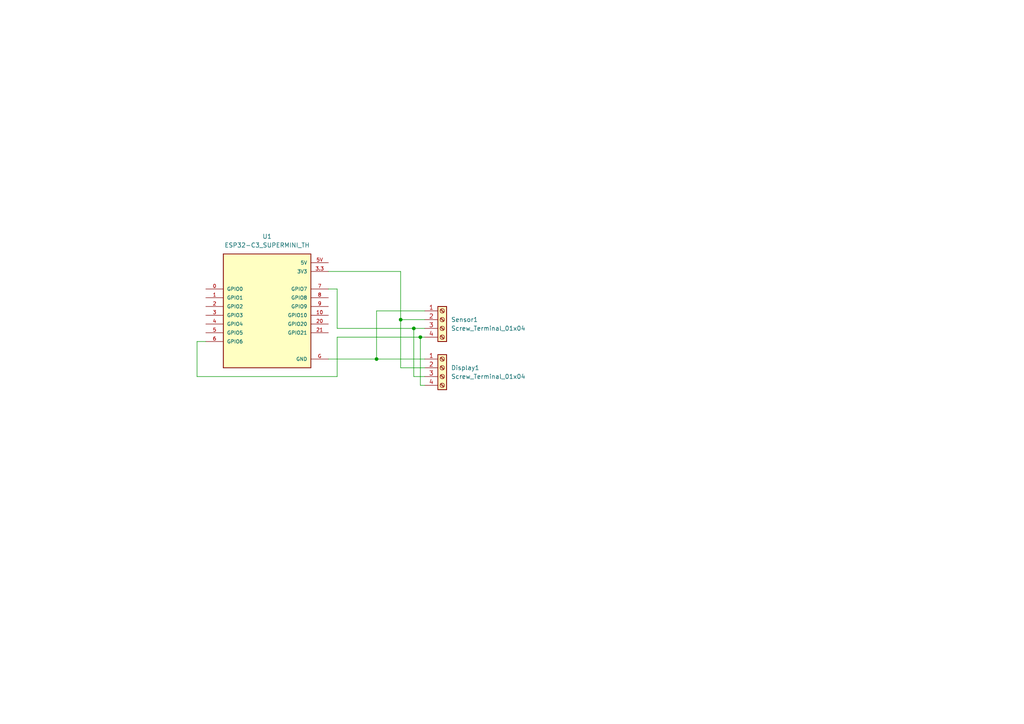
<source format=kicad_sch>
(kicad_sch (version 20230121) (generator eeschema)
  (paper "A4")
  (lib_symbols
    (symbol "Connector:Screw_Terminal_01x04" (pin_names (offset 1.016) hide)
      (property "Reference" "J" (at 0 5.08 0))
      (property "Value" "Screw_Terminal_01x04" (at 0 -7.62 0))
      (symbol "Screw_Terminal_01x04_1_1"
        (rectangle (start -1.27 3.81) (end 1.27 -6.35) (stroke (width 0.254)) (fill (type background)))
        (circle (center 0 -5.08) (radius 0.635) (stroke (width 0.1524)))
        (circle (center 0 -2.54) (radius 0.635) (stroke (width 0.1524)))
        (polyline (pts (xy -0.5334 -4.7498) (xy 0.3302 -5.588)) (stroke (width 0.1524)))
        (polyline (pts (xy -0.5334 -2.2098) (xy 0.3302 -3.048)) (stroke (width 0.1524)))
        (polyline (pts (xy -0.5334 0.3302) (xy 0.3302 -0.508)) (stroke (width 0.1524)))
        (polyline (pts (xy -0.5334 2.8702) (xy 0.3302 2.032)) (stroke (width 0.1524)))
        (polyline (pts (xy -0.3556 -4.572) (xy 0.508 -5.4102)) (stroke (width 0.1524)))
        (polyline (pts (xy -0.3556 -2.032) (xy 0.508 -2.8702)) (stroke (width 0.1524)))
        (polyline (pts (xy -0.3556 0.508) (xy 0.508 -0.3302)) (stroke (width 0.1524)))
        (polyline (pts (xy -0.3556 3.048) (xy 0.508 2.2098)) (stroke (width 0.1524)))
        (circle (center 0 0) (radius 0.635) (stroke (width 0.1524)))
        (circle (center 0 2.54) (radius 0.635) (stroke (width 0.1524)))
        (pin passive line (at -5.08 2.54 0) (length 3.81) (name "Pin_1") (number "1"))
        (pin passive line (at -5.08 0 0) (length 3.81) (name "Pin_2") (number "2"))
        (pin passive line (at -5.08 -2.54 0) (length 3.81) (name "Pin_3") (number "3"))
        (pin passive line (at -5.08 -5.08 0) (length 3.81) (name "Pin_4") (number "4"))
      )
    )
    (symbol "ESP32-C3_SUPERMINI_TH:ESP32-C3_SUPERMINI_TH" (pin_names (offset 1.016))
      (property "Reference" "U" (at -12.7 16.002 0))
      (property "Value" "ESP32-C3_SUPERMINI_TH" (at -12.7 -20.32 0))
      (symbol "ESP32-C3_SUPERMINI_TH_0_0"
        (rectangle (start -12.7 -17.78) (end 12.7 15.24) (stroke (width 0.254)) (fill (type background)))
        (pin bidirectional line (at -17.78 5.08 0) (length 5.08) (name "GPIO0") (number "0"))
        (pin bidirectional line (at -17.78 2.54 0) (length 5.08) (name "GPIO1") (number "1"))
        (pin bidirectional line (at 17.78 -2.54 180) (length 5.08) (name "GPIO10") (number "10"))
        (pin bidirectional line (at -17.78 0 0) (length 5.08) (name "GPIO2") (number "2"))
        (pin bidirectional line (at 17.78 -5.08 180) (length 5.08) (name "GPIO20") (number "20"))
        (pin bidirectional line (at 17.78 -7.62 180) (length 5.08) (name "GPIO21") (number "21"))
        (pin bidirectional line (at -17.78 -2.54 0) (length 5.08) (name "GPIO3") (number "3"))
        (pin power_in line (at 17.78 10.16 180) (length 5.08) (name "3V3") (number "3.3"))
        (pin bidirectional line (at -17.78 -5.08 0) (length 5.08) (name "GPIO4") (number "4"))
        (pin bidirectional line (at -17.78 -7.62 0) (length 5.08) (name "GPIO5") (number "5"))
        (pin power_in line (at 17.78 12.7 180) (length 5.08) (name "5V") (number "5V"))
        (pin bidirectional line (at -17.78 -10.16 0) (length 5.08) (name "GPIO6") (number "6"))
        (pin bidirectional line (at 17.78 5.08 180) (length 5.08) (name "GPIO7") (number "7"))
        (pin bidirectional line (at 17.78 2.54 180) (length 5.08) (name "GPIO8") (number "8"))
        (pin bidirectional line (at 17.78 0 180) (length 5.08) (name "GPIO9") (number "9"))
        (pin power_in line (at 17.78 -15.24 180) (length 5.08) (name "GND") (number "G"))
      )
    )
  )
  (junction (at 109.22 104.14))
  (junction (at 116.205 92.71))
  (junction (at 121.92 97.79))
  (junction (at 120.015 95.25))
  (wire (pts (xy 123.19 95.25) (xy 120.015 95.25)))
  (wire (pts (xy 95.25 83.82) (xy 97.79 83.82)))
  (wire (pts (xy 120.015 95.25) (xy 120.015 109.22)))
  (wire (pts (xy 95.25 78.74) (xy 116.205 78.74)))
  (wire (pts (xy 121.92 111.76) (xy 123.19 111.76)))
  (wire (pts (xy 57.15 109.22) (xy 57.15 99.06)))
  (wire (pts (xy 97.79 109.22) (xy 57.15 109.22)))
  (wire (pts (xy 121.92 97.79) (xy 97.79 97.79)))
  (wire (pts (xy 109.22 104.14) (xy 123.19 104.14)))
  (wire (pts (xy 121.92 97.79) (xy 121.92 111.76)))
  (wire (pts (xy 109.22 90.17) (xy 123.19 90.17)))
  (wire (pts (xy 120.015 95.25) (xy 97.79 95.25)))
  (wire (pts (xy 120.015 109.22) (xy 123.19 109.22)))
  (wire (pts (xy 57.15 99.06) (xy 59.69 99.06)))
  (wire (pts (xy 116.205 92.71) (xy 123.19 92.71)))
  (wire (pts (xy 109.22 104.14) (xy 109.22 90.17)))
  (wire (pts (xy 116.205 106.68) (xy 123.19 106.68)))
  (wire (pts (xy 97.79 95.25) (xy 97.79 83.82)))
  (wire (pts (xy 116.205 92.71) (xy 116.205 106.68)))
  (wire (pts (xy 97.79 97.79) (xy 97.79 109.22)))
  (wire (pts (xy 116.205 78.74) (xy 116.205 92.71)))
  (wire (pts (xy 123.19 97.79) (xy 121.92 97.79)))
  (wire (pts (xy 95.25 104.14) (xy 109.22 104.14)))
  (symbol (lib_id "Connector:Screw_Terminal_01x04") (at 128.27 92.71 0) (unit 1)
    (property "Reference" "Sensor1" (at 130.81 92.71 0) (effects (justify left)))
    (property "Value" "Screw_Terminal_01x04" (at 130.81 95.25 0) (effects (justify left)))
    (property "Footprint" "TerminalBlock:TerminalBlock_Altech_AK300-4_P5.00mm" (effects hide))
  )
  (symbol (lib_id "ESP32-C3_SUPERMINI_TH:ESP32-C3_SUPERMINI_TH") (at 77.47 88.9 0) (unit 1)
    (property "Reference" "U1" (at 77.47 68.58 0))
    (property "Value" "ESP32-C3_SUPERMINI_TH" (at 77.47 71.12 0))
    (property "Footprint" "esp32 c3 supermini:MODULE_ESP32-C3_SUPERMINI" (effects hide))
    (property "MF" "Espressif Systems" (effects hide))
    (property "MAXIMUM_PACKAGE_HEIGHT" "4.2mm" (effects hide))
    (property "Package" "Package" (effects hide))
    (property "Price" "None" (effects hide))
    (property "Check_prices" "https://www.snapeda.com/parts/ESP32-C3%20SuperMini_TH/Espressif+Systems/view-part/?ref=eda" (effects hide))
    (property "STANDARD" "Manufacturer Recommendations" (effects hide))
    (property "SnapEDA_Link" "https://www.snapeda.com/parts/ESP32-C3%20SuperMini_TH/Espressif+Systems/view-part/?ref=snap" (effects hide))
    (property "MP" "ESP32-C3 SuperMini_TH" (effects hide))
    (property "Description" "\n                        \n                            Super tiny ESP32-C3 board\n                        \n" (effects hide))
    (property "Availability" "Not in stock" (effects hide))
    (property "MANUFACTURER" "Espressif" (effects hide))
  )
  (symbol (lib_id "Connector:Screw_Terminal_01x04") (at 128.27 106.68 0) (unit 1)
    (property "Reference" "Display1" (at 130.81 106.68 0) (effects (justify left)))
    (property "Value" "Screw_Terminal_01x04" (at 130.81 109.22 0) (effects (justify left)))
    (property "Footprint" "SSD1306:128x64OLED" (effects hide))
  )
)
</source>
